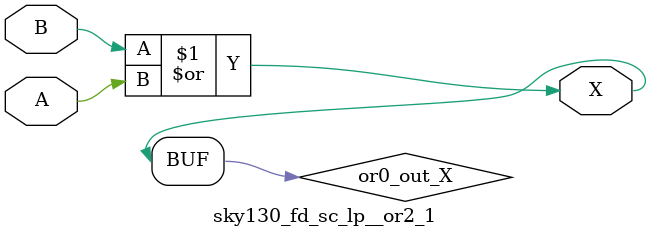
<source format=v>
/*
 * Copyright 2020 The SkyWater PDK Authors
 *
 * Licensed under the Apache License, Version 2.0 (the "License");
 * you may not use this file except in compliance with the License.
 * You may obtain a copy of the License at
 *
 *     https://www.apache.org/licenses/LICENSE-2.0
 *
 * Unless required by applicable law or agreed to in writing, software
 * distributed under the License is distributed on an "AS IS" BASIS,
 * WITHOUT WARRANTIES OR CONDITIONS OF ANY KIND, either express or implied.
 * See the License for the specific language governing permissions and
 * limitations under the License.
 *
 * SPDX-License-Identifier: Apache-2.0
*/


`ifndef SKY130_FD_SC_LP__OR2_1_FUNCTIONAL_V
`define SKY130_FD_SC_LP__OR2_1_FUNCTIONAL_V

/**
 * or2: 2-input OR.
 *
 * Verilog simulation functional model.
 */

`timescale 1ns / 1ps
`default_nettype none

`celldefine
module sky130_fd_sc_lp__or2_1 (
    X,
    A,
    B
);

    // Module ports
    output X;
    input  A;
    input  B;

    // Local signals
    wire or0_out_X;

    //  Name  Output     Other arguments
    or  or0  (or0_out_X, B, A           );
    buf buf0 (X        , or0_out_X      );

endmodule
`endcelldefine

`default_nettype wire
`endif  // SKY130_FD_SC_LP__OR2_1_FUNCTIONAL_V

</source>
